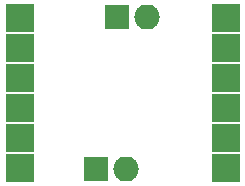
<source format=gbs>
%TF.GenerationSoftware,KiCad,Pcbnew,4.0.4+e1-6308~48~ubuntu16.04.1-stable*%
%TF.CreationDate,2016-10-27T02:24:33-07:00*%
%TF.ProjectId,cd4066_tssop,6364343036365F7473736F702E6B6963,rev?*%
%TF.FileFunction,Soldermask,Bot*%
%FSLAX46Y46*%
G04 Gerber Fmt 4.6, Leading zero omitted, Abs format (unit mm)*
G04 Created by KiCad (PCBNEW 4.0.4+e1-6308~48~ubuntu16.04.1-stable) date Thu Oct 27 02:24:33 2016*
%MOMM*%
%LPD*%
G01*
G04 APERTURE LIST*
%ADD10C,0.100000*%
%ADD11R,2.132000X2.132000*%
%ADD12O,2.132000X2.132000*%
%ADD13R,2.335200X2.335200*%
G04 APERTURE END LIST*
D10*
D11*
X219329000Y-88849200D03*
D12*
X221869000Y-88849200D03*
D11*
X217525600Y-101701600D03*
D12*
X220065600Y-101701600D03*
D13*
X211074000Y-88900000D03*
X228523800Y-88900000D03*
X211074000Y-96520000D03*
X211074000Y-99060000D03*
X228523800Y-101600000D03*
X211074000Y-101600000D03*
X228523800Y-93980000D03*
X228523800Y-91440000D03*
X211074000Y-91440000D03*
X211074000Y-93980000D03*
X228523800Y-99060000D03*
X228523800Y-96520000D03*
M02*

</source>
